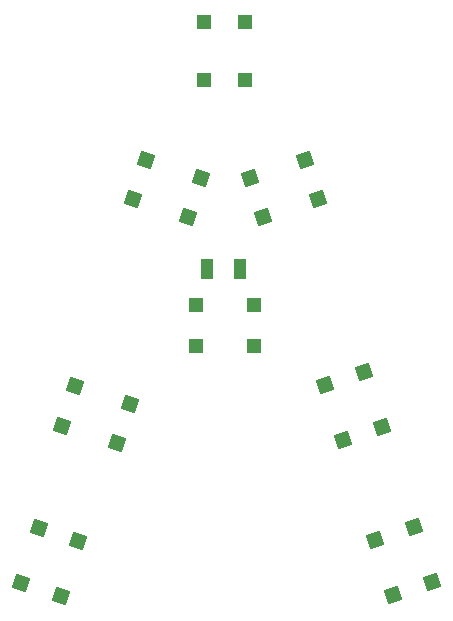
<source format=gtp>
%FSLAX25Y25*%
%MOIN*%
G70*
G01*
G75*
G04 Layer_Color=8421504*
%ADD10R,0.05000X0.08000*%
%ADD11R,0.05906X0.05906*%
%ADD12P,0.08352X4X297.0*%
%ADD13P,0.08352X4X207.0*%
%ADD14R,0.05906X0.05906*%
%ADD15P,0.08352X4X63.0*%
%ADD16P,0.08352X4X153.0*%
%ADD17C,0.02500*%
%ADD18C,0.16500*%
%ADD19C,0.04000*%
%ADD20R,0.17716X0.12205*%
G04:AMPARAMS|DCode=21|XSize=80mil|YSize=50mil|CornerRadius=0mil|HoleSize=0mil|Usage=FLASHONLY|Rotation=108.000|XOffset=0mil|YOffset=0mil|HoleType=Round|Shape=Rectangle|*
%AMROTATEDRECTD21*
4,1,4,0.03614,-0.03032,-0.01142,-0.04577,-0.03614,0.03032,0.01142,0.04577,0.03614,-0.03032,0.0*
%
%ADD21ROTATEDRECTD21*%

G04:AMPARAMS|DCode=22|XSize=80mil|YSize=50mil|CornerRadius=0mil|HoleSize=0mil|Usage=FLASHONLY|Rotation=252.000|XOffset=0mil|YOffset=0mil|HoleType=Round|Shape=Rectangle|*
%AMROTATEDRECTD22*
4,1,4,-0.01142,0.04577,0.03614,0.03032,0.01142,-0.04577,-0.03614,-0.03032,-0.01142,0.04577,0.0*
%
%ADD22ROTATEDRECTD22*%

%ADD23C,0.01000*%
%ADD24C,0.01200*%
%ADD25R,0.04000X0.07000*%
%ADD26R,0.04906X0.04906*%
%ADD27P,0.06937X4X297.0*%
%ADD28P,0.06937X4X207.0*%
%ADD29R,0.04906X0.04906*%
%ADD30P,0.06937X4X63.0*%
%ADD31P,0.06937X4X153.0*%
D25*
X585300Y475600D02*
D03*
X574300D02*
D03*
D26*
X570654Y449810D02*
D03*
Y463590D02*
D03*
X589946Y449810D02*
D03*
Y463590D02*
D03*
D27*
X518328Y389303D02*
D03*
X531433Y385045D02*
D03*
X512367Y370955D02*
D03*
X525472Y366697D02*
D03*
D28*
X548603Y430572D02*
D03*
X544345Y417467D02*
D03*
X530256Y436533D02*
D03*
X525997Y423428D02*
D03*
X572303Y506072D02*
D03*
X568045Y492967D02*
D03*
X553956Y512033D02*
D03*
X549697Y498928D02*
D03*
D29*
X587090Y538554D02*
D03*
X573310D02*
D03*
X587090Y557846D02*
D03*
X573310D02*
D03*
D30*
X592856Y492867D02*
D03*
X588597Y505972D02*
D03*
X611203Y498828D02*
D03*
X606945Y511933D02*
D03*
D31*
X632633Y422856D02*
D03*
X619528Y418597D02*
D03*
X626672Y441203D02*
D03*
X613567Y436944D02*
D03*
X630267Y385244D02*
D03*
X643372Y389503D02*
D03*
X636228Y366897D02*
D03*
X649333Y371156D02*
D03*
M02*

</source>
